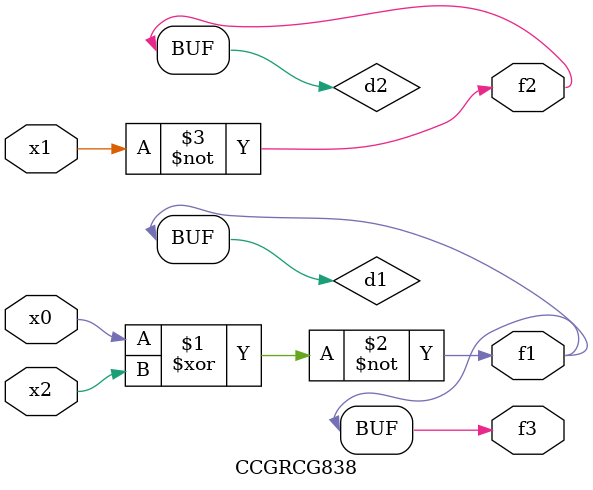
<source format=v>
module CCGRCG838(
	input x0, x1, x2,
	output f1, f2, f3
);

	wire d1, d2, d3;

	xnor (d1, x0, x2);
	nand (d2, x1);
	nor (d3, x1, x2);
	assign f1 = d1;
	assign f2 = d2;
	assign f3 = d1;
endmodule

</source>
